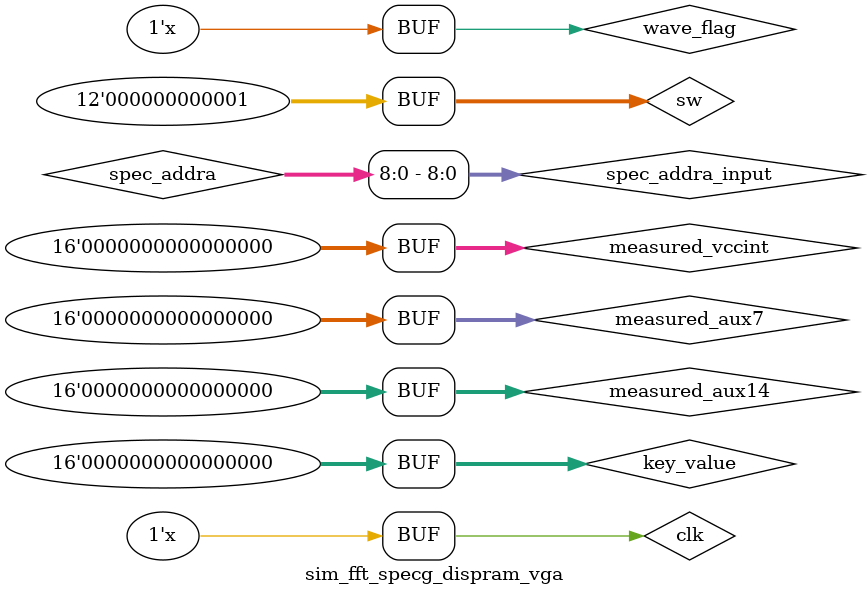
<source format=v>
`timescale 1ns / 1ps


module sim_fft_specg_dispram_vga;
    reg clk = 0;
    always #10
        clk = !clk;

    
    wire[11:0] sw;//¿ª¹Ø
    assign sw = 12'h001;
    
    reg[15:0] measured_temp;//////////½«ÊäÈëÊý¾ÝÉèÖÃ³ÉÑÓÊ±100µÄ·½²¨
    reg wave_flag = 0;
    always #100
        wave_flag = !wave_flag;
    always@(wave_flag)
        if(wave_flag)
             measured_temp = 16'd32767;
        else
            measured_temp = 16'd0;
    
    wire[15:0] measured_vccint;
    assign measured_vccint = 0;
    wire[15:0] measured_aux7;
    assign measured_aux7 = 0;
    wire[15:0] measured_aux14;
    assign measured_aux14 = 0;
    
    wire[8:0] wave_addr;
    wire[7:0] wave_data;
    
    wave_ram uut_wave_ram(
        .divclk_in(clk),//¿ØÖÆÒÆÎ»¼Ä´æÆ÷µÄÊ±ÖÓ
        .sw_in(sw),//²¦Âë¿ª¹ØÑ¡ÔñÄ£ÄâÊäÈëÍ¨µÀ
        .MEASURED_TEMP_in(measured_temp),//²âÁ¿µÄÎÂ¶ÈÖµÊäÈë
        .MEASURED_VCCINT_in(measured_vccint),//²âÁ¿µÄÄÚºËµçÑ¹ÊäÈë
        .MEASURED_AUX7_in(measured_aux7),//Í¨µÀ7²âÁ¿ÖµÊäÈë
        .MEASURED_AUX14_in(measured_aux14),//Í¨µÀ7²âÁ¿ÖµÊäÈë
        .wave_addr_in(wave_addr),//ÌáÈ¡Êý¾ÝµÄµØÖ·
        .wave_data(wave_data)//@@@@@@@@@@@@@@@@@@@@@@@@Êä³ö£¬ÐèÒª¼Óout
    );
    
        reg [15:0] key_value = 0;/////////
        initial
        begin
            #200000//#20²É¼¯Ò»¸öÊý¾Ý£¬100000¸öÖÜÆÚÖ®ºó£¬ÇÐ»»µ½fft
            key_value[14] = 1'b1;
            #500
            key_value = 0;
        end
        
        wire wea;
        wire[3:0] state;
        wire wea_choosed;
    wave_stop uut_wave_stop(//¸ÃÄ£¿éÑ¡ÔñÊÇ·ñÐ´Ê¹ÄÜ£¬´Ó¶øÑ¡ÔñÊÇ·ñ¾²Ö¹ÆÁÄ»
        .keyval_in(key_value[15]),
        .wea_disp_ram(wea),
        .state_in(state),
        .wea_disp_rem_choosed(wea_choosed),//@@@@@@@@@@@@@@@@@@@@@@@@@@@@@@@@@@@@@@@@@@@@@@@@@
        .no_stop()//@@@@@@@@@@@@@@@@@@@@²âÊÔÓÃ£¬¶àÓà
        );

    wire[8:0] wave_addr_gener;
    wire[8:0] wave_addr_fft;
    wire[7:0] wave_data_gener;
    wire[7:0] wave_data_fft;
    
    spec_control uut_spec_control(
    .keyval_in(key_value[14]),
    .wave_addr_gener_in(wave_addr_gener),
    .wave_addr_fft_in(wave_addr_fft),
    .wave_data_in(wave_data),
    .wave_addr_out(wave_addr),
    .wave_data_gener_out(wave_data_gener),
    .wave_data_fft_out(wave_data_fft),
    .state_out(state)
    );
    
    wire fft_valid;
    wire[15:0] spec_addra;
    wire[46:0] amp;
        fft_test2 uut_fft(
        .clk_in(clk),
        .aresetn(1),
        .state_in(state),//[3:0]
        .wave_data_in(wave_data_fft),//[7:0]
        .wave_addr_out(wave_addr_fft),//[8:0]
        .fft_valid_out(fft_valid),
        .m_axis_data_tuser(spec_addra),//[15:0]
        .amp_out(amp)//[46:0]
        );
        
        wire[8:0] spec_addra_input;
        assign spec_addra_input = spec_addra[8:0];
        wire[8:0] spec_addrb;
        wire[11:0] spec_data;
        
            spec_ram uut_spec_ram(
        .clk_in(clk),
        .fft_valid_in(fft_valid),
        .spec_addra_in(spec_addra_input),//[8£º0]ÊäÈëµ½specramµÄµØÖ·ÊÇ9Î»£¬´ÓfftÄ£¿éµÄÊä³öµÄµØÖ·È´ÊÇ16Î»
        .spec_data_in(amp),//[46:0]²»ÓÃ¸ù¾Ý
        .spec_addrb_in(spec_addrb),//[8:0]
        .spec_data_out(spec_data)//[11:0]
        );
        
        wire[16:0] generspec_addra;
        wire[5:0] generspec_color;
        wire gener_wea;
            spec_generator uut_spec_g(
            .clk_in(clk),//DCLK 50MHz
            .reset_in(0),//RESET ¸´Î»ÐÅºÅ£¬ÔÝÊ±²»ÓÃ
            .col_val_out(spec_addrb),//!!!!!!!!!!!!!!!!!!!!!!!!!!!!!´ý²âÓÃ9Î»³¤¶È×÷ÎªµØÖ·»á²»»áÒç³ö
            .spec_in(spec_data),//@@@@@@@@@@@@@@@@@@@@@@@@@@@@@@@@@@@@12Î»
            .disp_spec_addr_out(generspec_addra),//Êä³ö¸øÏÔ´æA¿ÚµÄµØÖ·
            .color_out(generspec_color),//ÒªÐ´µ½ÏÔ´æµÄÊý¾Ý£¨ÑÕÉ«£©
            .wea_out(gener_wea)//ÏÔ´æA¿ÚµÄÐ´Ê¹ÄÜ
            );
    
        wire[16:0] generwave_addra;
        wire[5:0] generwave_color;
        wave_generator uut_wave_g(
                .clk_in(clk),//DCLK 50MHz@@@@@@@@@@@@@@@@@@@@@@@@@@@@@@@@@@@@@@@@@@@@@@@@@@@@@@@@@@@@@@@@@@@@@@@@@@@@@
                .reset_in(0),
                .col_val_out(wave_addr_gener),
                .wave_in(wave_data_gener),
                .disp_wave_addr_out(generwave_addra),//Êä³ö¸øÏÔ´æA¿ÚµÄµØÖ·
                .color_out(generwave_color),//ÒªÐ´µ½ÏÔ´æµÄÊý¾Ý£¨ÑÕÉ«£©15Î»
                .wea_out(wea)//ÏÔ´æA¿ÚµÄÐ´Ê¹ÄÜ
            );

            wire dispwave_enb;
            wire[16:0] dispwave_addrb;
            wire[5:0] dispwave_color;
            wire dispspec_enb;
            wire[16:0] dispspec_addrb;
            wire[5:0] dispspec_color;
                display_ram uut_disp_ram(
                .clk_in(clk),
                .dispwave_wea_in(wea_choosed),//Ð´Ê¹ÄÜ
                .dispwave_addra_in(generwave_addra),//¶Ë¿ÚaµØÖ·£¬17Î»µØÖ·¡¾16£º0¡¿
                .dispwave_dina_in(generwave_color),//¶Ë¿ÚaÊý¾ÝÊäÈë 6Î»¡¾5£º0¡¿
                .dispwave_enb_in(dispwave_enb),//¶Ë¿ÚbÊ¹ÄÜ
                .dispwave_addrb_in(dispwave_addrb),//¶Ë¿Úb¶ÁÈ¡µØÖ·ÊäÈë 17Î»¡¾16£º0¡¿
                .dispwave_doutb_out(dispwave_color),//¶Ë¿ÚbÊä³ö 6Î»¡¾5£º0¡¿
                .dispspec_wea_in(gener_wea),//Ð´Ê¹ÄÜ
                .dispspec_addra_in(generspec_addra),//¶Ë¿ÚaµØÖ·//17Î»µØÖ·
                .dispspec_dina_in(generspec_color),//¶Ë¿ÚÊäÈë6Î»
                .dispspec_enb_in(dispspec_enb),//¶Ë¿ÚbÊ¹ÄÜ
                .dispspec_addrb_in(dispspec_addrb),//¶Ë¿ÚbµØÖ·//17Î»µØÖ·
                .dispspec_doutb_out(dispspec_color)//¶Ë¿ÚbÊä³ö6Î»
            );
        /*****************************************ÏÔÊ¾ÄÚ´æÄ£¿é½áÊø***********************************************/
        /*******************************************vgaÊä³öÄ£¿é**************************************************/
        reg clk25M = 0;
        always@(posedge clk)
            clk25M = !clk25M;
        wire Hsync;
        wire Vsync;
        wire[3:0] vgaRed;
        wire[3:0] vgaGreen;
        wire[3:0] vgaBlue;
            display_vga uut_disp_vga(
                .clk_in(clk25M),//640*480@60Hz
                .wave_color_in(dispwave_color),//6Î»ÑÕÉ«ÊäÈë,
                .spec_color_in(dispspec_color),
                .Hsync_out(Hsync),
                .Vsync_out(Vsync),
                .vgaRed_out(vgaRed),
                .vgaGreen_out(vgaGreen),
                .vgaBlue_out(vgaBlue),
                .wave_addr_out(dispwave_addrb),//ÏÔ´æµØÖ·Êä³ö£¿
                .wave_enb_out(dispwave_enb),//enbB¶Ë¿ÚÐ´Ê¹ÄÜ£¿**********ÊÇ·ÃÎÊÏÔ´æÊý¾ÝµÄÊ¹ÄÜÐÅºÅ£¿
                .spec_addr_out(dispspec_addrb),
                .spec_enb_out(dispspec_enb)
            );
endmodule

</source>
